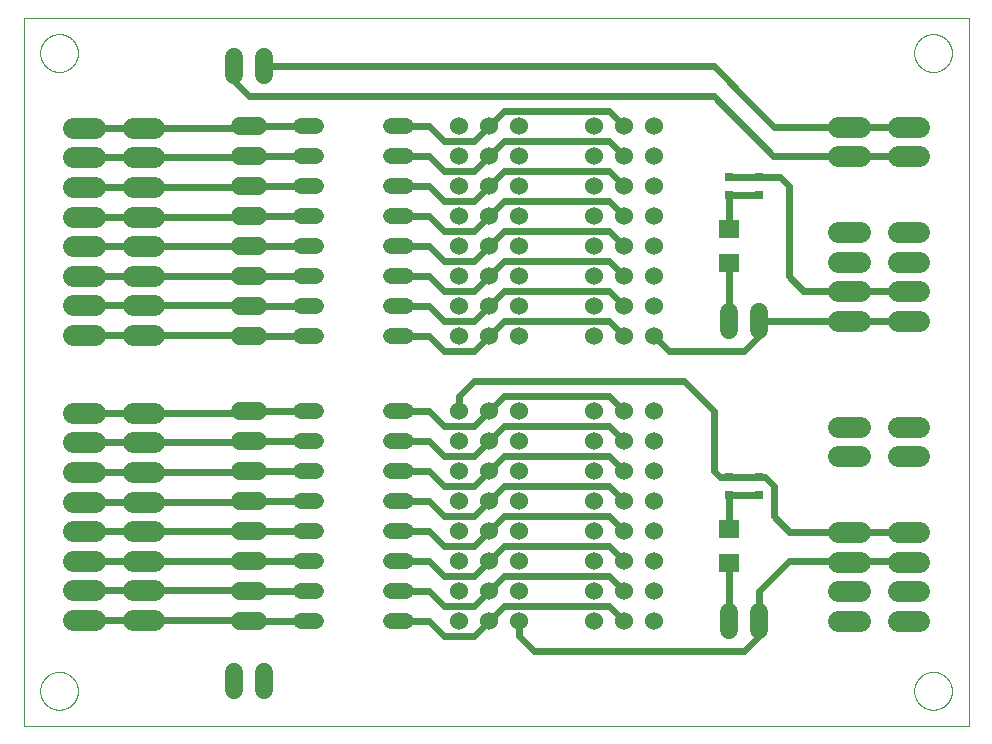
<source format=gtl>
G75*
%MOIN*%
%OFA0B0*%
%FSLAX25Y25*%
%IPPOS*%
%LPD*%
%AMOC8*
5,1,8,0,0,1.08239X$1,22.5*
%
%ADD10C,0.00000*%
%ADD11C,0.06000*%
%ADD12C,0.06000*%
%ADD13R,0.03150X0.03150*%
%ADD14R,0.07098X0.06299*%
%ADD15C,0.07087*%
%ADD16C,0.05200*%
%ADD17C,0.02400*%
D10*
X0001000Y0001000D02*
X0001000Y0237220D01*
X0315961Y0237220D01*
X0315961Y0001000D01*
X0001000Y0001000D01*
X0006512Y0012811D02*
X0006514Y0012969D01*
X0006520Y0013127D01*
X0006530Y0013285D01*
X0006544Y0013443D01*
X0006562Y0013600D01*
X0006583Y0013757D01*
X0006609Y0013913D01*
X0006639Y0014069D01*
X0006672Y0014224D01*
X0006710Y0014377D01*
X0006751Y0014530D01*
X0006796Y0014682D01*
X0006845Y0014833D01*
X0006898Y0014982D01*
X0006954Y0015130D01*
X0007014Y0015276D01*
X0007078Y0015421D01*
X0007146Y0015564D01*
X0007217Y0015706D01*
X0007291Y0015846D01*
X0007369Y0015983D01*
X0007451Y0016119D01*
X0007535Y0016253D01*
X0007624Y0016384D01*
X0007715Y0016513D01*
X0007810Y0016640D01*
X0007907Y0016765D01*
X0008008Y0016887D01*
X0008112Y0017006D01*
X0008219Y0017123D01*
X0008329Y0017237D01*
X0008442Y0017348D01*
X0008557Y0017457D01*
X0008675Y0017562D01*
X0008796Y0017664D01*
X0008919Y0017764D01*
X0009045Y0017860D01*
X0009173Y0017953D01*
X0009303Y0018043D01*
X0009436Y0018129D01*
X0009571Y0018213D01*
X0009707Y0018292D01*
X0009846Y0018369D01*
X0009987Y0018441D01*
X0010129Y0018511D01*
X0010273Y0018576D01*
X0010419Y0018638D01*
X0010566Y0018696D01*
X0010715Y0018751D01*
X0010865Y0018802D01*
X0011016Y0018849D01*
X0011168Y0018892D01*
X0011321Y0018931D01*
X0011476Y0018967D01*
X0011631Y0018998D01*
X0011787Y0019026D01*
X0011943Y0019050D01*
X0012100Y0019070D01*
X0012258Y0019086D01*
X0012415Y0019098D01*
X0012574Y0019106D01*
X0012732Y0019110D01*
X0012890Y0019110D01*
X0013048Y0019106D01*
X0013207Y0019098D01*
X0013364Y0019086D01*
X0013522Y0019070D01*
X0013679Y0019050D01*
X0013835Y0019026D01*
X0013991Y0018998D01*
X0014146Y0018967D01*
X0014301Y0018931D01*
X0014454Y0018892D01*
X0014606Y0018849D01*
X0014757Y0018802D01*
X0014907Y0018751D01*
X0015056Y0018696D01*
X0015203Y0018638D01*
X0015349Y0018576D01*
X0015493Y0018511D01*
X0015635Y0018441D01*
X0015776Y0018369D01*
X0015915Y0018292D01*
X0016051Y0018213D01*
X0016186Y0018129D01*
X0016319Y0018043D01*
X0016449Y0017953D01*
X0016577Y0017860D01*
X0016703Y0017764D01*
X0016826Y0017664D01*
X0016947Y0017562D01*
X0017065Y0017457D01*
X0017180Y0017348D01*
X0017293Y0017237D01*
X0017403Y0017123D01*
X0017510Y0017006D01*
X0017614Y0016887D01*
X0017715Y0016765D01*
X0017812Y0016640D01*
X0017907Y0016513D01*
X0017998Y0016384D01*
X0018087Y0016253D01*
X0018171Y0016119D01*
X0018253Y0015983D01*
X0018331Y0015846D01*
X0018405Y0015706D01*
X0018476Y0015564D01*
X0018544Y0015421D01*
X0018608Y0015276D01*
X0018668Y0015130D01*
X0018724Y0014982D01*
X0018777Y0014833D01*
X0018826Y0014682D01*
X0018871Y0014530D01*
X0018912Y0014377D01*
X0018950Y0014224D01*
X0018983Y0014069D01*
X0019013Y0013913D01*
X0019039Y0013757D01*
X0019060Y0013600D01*
X0019078Y0013443D01*
X0019092Y0013285D01*
X0019102Y0013127D01*
X0019108Y0012969D01*
X0019110Y0012811D01*
X0019108Y0012653D01*
X0019102Y0012495D01*
X0019092Y0012337D01*
X0019078Y0012179D01*
X0019060Y0012022D01*
X0019039Y0011865D01*
X0019013Y0011709D01*
X0018983Y0011553D01*
X0018950Y0011398D01*
X0018912Y0011245D01*
X0018871Y0011092D01*
X0018826Y0010940D01*
X0018777Y0010789D01*
X0018724Y0010640D01*
X0018668Y0010492D01*
X0018608Y0010346D01*
X0018544Y0010201D01*
X0018476Y0010058D01*
X0018405Y0009916D01*
X0018331Y0009776D01*
X0018253Y0009639D01*
X0018171Y0009503D01*
X0018087Y0009369D01*
X0017998Y0009238D01*
X0017907Y0009109D01*
X0017812Y0008982D01*
X0017715Y0008857D01*
X0017614Y0008735D01*
X0017510Y0008616D01*
X0017403Y0008499D01*
X0017293Y0008385D01*
X0017180Y0008274D01*
X0017065Y0008165D01*
X0016947Y0008060D01*
X0016826Y0007958D01*
X0016703Y0007858D01*
X0016577Y0007762D01*
X0016449Y0007669D01*
X0016319Y0007579D01*
X0016186Y0007493D01*
X0016051Y0007409D01*
X0015915Y0007330D01*
X0015776Y0007253D01*
X0015635Y0007181D01*
X0015493Y0007111D01*
X0015349Y0007046D01*
X0015203Y0006984D01*
X0015056Y0006926D01*
X0014907Y0006871D01*
X0014757Y0006820D01*
X0014606Y0006773D01*
X0014454Y0006730D01*
X0014301Y0006691D01*
X0014146Y0006655D01*
X0013991Y0006624D01*
X0013835Y0006596D01*
X0013679Y0006572D01*
X0013522Y0006552D01*
X0013364Y0006536D01*
X0013207Y0006524D01*
X0013048Y0006516D01*
X0012890Y0006512D01*
X0012732Y0006512D01*
X0012574Y0006516D01*
X0012415Y0006524D01*
X0012258Y0006536D01*
X0012100Y0006552D01*
X0011943Y0006572D01*
X0011787Y0006596D01*
X0011631Y0006624D01*
X0011476Y0006655D01*
X0011321Y0006691D01*
X0011168Y0006730D01*
X0011016Y0006773D01*
X0010865Y0006820D01*
X0010715Y0006871D01*
X0010566Y0006926D01*
X0010419Y0006984D01*
X0010273Y0007046D01*
X0010129Y0007111D01*
X0009987Y0007181D01*
X0009846Y0007253D01*
X0009707Y0007330D01*
X0009571Y0007409D01*
X0009436Y0007493D01*
X0009303Y0007579D01*
X0009173Y0007669D01*
X0009045Y0007762D01*
X0008919Y0007858D01*
X0008796Y0007958D01*
X0008675Y0008060D01*
X0008557Y0008165D01*
X0008442Y0008274D01*
X0008329Y0008385D01*
X0008219Y0008499D01*
X0008112Y0008616D01*
X0008008Y0008735D01*
X0007907Y0008857D01*
X0007810Y0008982D01*
X0007715Y0009109D01*
X0007624Y0009238D01*
X0007535Y0009369D01*
X0007451Y0009503D01*
X0007369Y0009639D01*
X0007291Y0009776D01*
X0007217Y0009916D01*
X0007146Y0010058D01*
X0007078Y0010201D01*
X0007014Y0010346D01*
X0006954Y0010492D01*
X0006898Y0010640D01*
X0006845Y0010789D01*
X0006796Y0010940D01*
X0006751Y0011092D01*
X0006710Y0011245D01*
X0006672Y0011398D01*
X0006639Y0011553D01*
X0006609Y0011709D01*
X0006583Y0011865D01*
X0006562Y0012022D01*
X0006544Y0012179D01*
X0006530Y0012337D01*
X0006520Y0012495D01*
X0006514Y0012653D01*
X0006512Y0012811D01*
X0006512Y0225409D02*
X0006514Y0225567D01*
X0006520Y0225725D01*
X0006530Y0225883D01*
X0006544Y0226041D01*
X0006562Y0226198D01*
X0006583Y0226355D01*
X0006609Y0226511D01*
X0006639Y0226667D01*
X0006672Y0226822D01*
X0006710Y0226975D01*
X0006751Y0227128D01*
X0006796Y0227280D01*
X0006845Y0227431D01*
X0006898Y0227580D01*
X0006954Y0227728D01*
X0007014Y0227874D01*
X0007078Y0228019D01*
X0007146Y0228162D01*
X0007217Y0228304D01*
X0007291Y0228444D01*
X0007369Y0228581D01*
X0007451Y0228717D01*
X0007535Y0228851D01*
X0007624Y0228982D01*
X0007715Y0229111D01*
X0007810Y0229238D01*
X0007907Y0229363D01*
X0008008Y0229485D01*
X0008112Y0229604D01*
X0008219Y0229721D01*
X0008329Y0229835D01*
X0008442Y0229946D01*
X0008557Y0230055D01*
X0008675Y0230160D01*
X0008796Y0230262D01*
X0008919Y0230362D01*
X0009045Y0230458D01*
X0009173Y0230551D01*
X0009303Y0230641D01*
X0009436Y0230727D01*
X0009571Y0230811D01*
X0009707Y0230890D01*
X0009846Y0230967D01*
X0009987Y0231039D01*
X0010129Y0231109D01*
X0010273Y0231174D01*
X0010419Y0231236D01*
X0010566Y0231294D01*
X0010715Y0231349D01*
X0010865Y0231400D01*
X0011016Y0231447D01*
X0011168Y0231490D01*
X0011321Y0231529D01*
X0011476Y0231565D01*
X0011631Y0231596D01*
X0011787Y0231624D01*
X0011943Y0231648D01*
X0012100Y0231668D01*
X0012258Y0231684D01*
X0012415Y0231696D01*
X0012574Y0231704D01*
X0012732Y0231708D01*
X0012890Y0231708D01*
X0013048Y0231704D01*
X0013207Y0231696D01*
X0013364Y0231684D01*
X0013522Y0231668D01*
X0013679Y0231648D01*
X0013835Y0231624D01*
X0013991Y0231596D01*
X0014146Y0231565D01*
X0014301Y0231529D01*
X0014454Y0231490D01*
X0014606Y0231447D01*
X0014757Y0231400D01*
X0014907Y0231349D01*
X0015056Y0231294D01*
X0015203Y0231236D01*
X0015349Y0231174D01*
X0015493Y0231109D01*
X0015635Y0231039D01*
X0015776Y0230967D01*
X0015915Y0230890D01*
X0016051Y0230811D01*
X0016186Y0230727D01*
X0016319Y0230641D01*
X0016449Y0230551D01*
X0016577Y0230458D01*
X0016703Y0230362D01*
X0016826Y0230262D01*
X0016947Y0230160D01*
X0017065Y0230055D01*
X0017180Y0229946D01*
X0017293Y0229835D01*
X0017403Y0229721D01*
X0017510Y0229604D01*
X0017614Y0229485D01*
X0017715Y0229363D01*
X0017812Y0229238D01*
X0017907Y0229111D01*
X0017998Y0228982D01*
X0018087Y0228851D01*
X0018171Y0228717D01*
X0018253Y0228581D01*
X0018331Y0228444D01*
X0018405Y0228304D01*
X0018476Y0228162D01*
X0018544Y0228019D01*
X0018608Y0227874D01*
X0018668Y0227728D01*
X0018724Y0227580D01*
X0018777Y0227431D01*
X0018826Y0227280D01*
X0018871Y0227128D01*
X0018912Y0226975D01*
X0018950Y0226822D01*
X0018983Y0226667D01*
X0019013Y0226511D01*
X0019039Y0226355D01*
X0019060Y0226198D01*
X0019078Y0226041D01*
X0019092Y0225883D01*
X0019102Y0225725D01*
X0019108Y0225567D01*
X0019110Y0225409D01*
X0019108Y0225251D01*
X0019102Y0225093D01*
X0019092Y0224935D01*
X0019078Y0224777D01*
X0019060Y0224620D01*
X0019039Y0224463D01*
X0019013Y0224307D01*
X0018983Y0224151D01*
X0018950Y0223996D01*
X0018912Y0223843D01*
X0018871Y0223690D01*
X0018826Y0223538D01*
X0018777Y0223387D01*
X0018724Y0223238D01*
X0018668Y0223090D01*
X0018608Y0222944D01*
X0018544Y0222799D01*
X0018476Y0222656D01*
X0018405Y0222514D01*
X0018331Y0222374D01*
X0018253Y0222237D01*
X0018171Y0222101D01*
X0018087Y0221967D01*
X0017998Y0221836D01*
X0017907Y0221707D01*
X0017812Y0221580D01*
X0017715Y0221455D01*
X0017614Y0221333D01*
X0017510Y0221214D01*
X0017403Y0221097D01*
X0017293Y0220983D01*
X0017180Y0220872D01*
X0017065Y0220763D01*
X0016947Y0220658D01*
X0016826Y0220556D01*
X0016703Y0220456D01*
X0016577Y0220360D01*
X0016449Y0220267D01*
X0016319Y0220177D01*
X0016186Y0220091D01*
X0016051Y0220007D01*
X0015915Y0219928D01*
X0015776Y0219851D01*
X0015635Y0219779D01*
X0015493Y0219709D01*
X0015349Y0219644D01*
X0015203Y0219582D01*
X0015056Y0219524D01*
X0014907Y0219469D01*
X0014757Y0219418D01*
X0014606Y0219371D01*
X0014454Y0219328D01*
X0014301Y0219289D01*
X0014146Y0219253D01*
X0013991Y0219222D01*
X0013835Y0219194D01*
X0013679Y0219170D01*
X0013522Y0219150D01*
X0013364Y0219134D01*
X0013207Y0219122D01*
X0013048Y0219114D01*
X0012890Y0219110D01*
X0012732Y0219110D01*
X0012574Y0219114D01*
X0012415Y0219122D01*
X0012258Y0219134D01*
X0012100Y0219150D01*
X0011943Y0219170D01*
X0011787Y0219194D01*
X0011631Y0219222D01*
X0011476Y0219253D01*
X0011321Y0219289D01*
X0011168Y0219328D01*
X0011016Y0219371D01*
X0010865Y0219418D01*
X0010715Y0219469D01*
X0010566Y0219524D01*
X0010419Y0219582D01*
X0010273Y0219644D01*
X0010129Y0219709D01*
X0009987Y0219779D01*
X0009846Y0219851D01*
X0009707Y0219928D01*
X0009571Y0220007D01*
X0009436Y0220091D01*
X0009303Y0220177D01*
X0009173Y0220267D01*
X0009045Y0220360D01*
X0008919Y0220456D01*
X0008796Y0220556D01*
X0008675Y0220658D01*
X0008557Y0220763D01*
X0008442Y0220872D01*
X0008329Y0220983D01*
X0008219Y0221097D01*
X0008112Y0221214D01*
X0008008Y0221333D01*
X0007907Y0221455D01*
X0007810Y0221580D01*
X0007715Y0221707D01*
X0007624Y0221836D01*
X0007535Y0221967D01*
X0007451Y0222101D01*
X0007369Y0222237D01*
X0007291Y0222374D01*
X0007217Y0222514D01*
X0007146Y0222656D01*
X0007078Y0222799D01*
X0007014Y0222944D01*
X0006954Y0223090D01*
X0006898Y0223238D01*
X0006845Y0223387D01*
X0006796Y0223538D01*
X0006751Y0223690D01*
X0006710Y0223843D01*
X0006672Y0223996D01*
X0006639Y0224151D01*
X0006609Y0224307D01*
X0006583Y0224463D01*
X0006562Y0224620D01*
X0006544Y0224777D01*
X0006530Y0224935D01*
X0006520Y0225093D01*
X0006514Y0225251D01*
X0006512Y0225409D01*
X0297851Y0225409D02*
X0297853Y0225567D01*
X0297859Y0225725D01*
X0297869Y0225883D01*
X0297883Y0226041D01*
X0297901Y0226198D01*
X0297922Y0226355D01*
X0297948Y0226511D01*
X0297978Y0226667D01*
X0298011Y0226822D01*
X0298049Y0226975D01*
X0298090Y0227128D01*
X0298135Y0227280D01*
X0298184Y0227431D01*
X0298237Y0227580D01*
X0298293Y0227728D01*
X0298353Y0227874D01*
X0298417Y0228019D01*
X0298485Y0228162D01*
X0298556Y0228304D01*
X0298630Y0228444D01*
X0298708Y0228581D01*
X0298790Y0228717D01*
X0298874Y0228851D01*
X0298963Y0228982D01*
X0299054Y0229111D01*
X0299149Y0229238D01*
X0299246Y0229363D01*
X0299347Y0229485D01*
X0299451Y0229604D01*
X0299558Y0229721D01*
X0299668Y0229835D01*
X0299781Y0229946D01*
X0299896Y0230055D01*
X0300014Y0230160D01*
X0300135Y0230262D01*
X0300258Y0230362D01*
X0300384Y0230458D01*
X0300512Y0230551D01*
X0300642Y0230641D01*
X0300775Y0230727D01*
X0300910Y0230811D01*
X0301046Y0230890D01*
X0301185Y0230967D01*
X0301326Y0231039D01*
X0301468Y0231109D01*
X0301612Y0231174D01*
X0301758Y0231236D01*
X0301905Y0231294D01*
X0302054Y0231349D01*
X0302204Y0231400D01*
X0302355Y0231447D01*
X0302507Y0231490D01*
X0302660Y0231529D01*
X0302815Y0231565D01*
X0302970Y0231596D01*
X0303126Y0231624D01*
X0303282Y0231648D01*
X0303439Y0231668D01*
X0303597Y0231684D01*
X0303754Y0231696D01*
X0303913Y0231704D01*
X0304071Y0231708D01*
X0304229Y0231708D01*
X0304387Y0231704D01*
X0304546Y0231696D01*
X0304703Y0231684D01*
X0304861Y0231668D01*
X0305018Y0231648D01*
X0305174Y0231624D01*
X0305330Y0231596D01*
X0305485Y0231565D01*
X0305640Y0231529D01*
X0305793Y0231490D01*
X0305945Y0231447D01*
X0306096Y0231400D01*
X0306246Y0231349D01*
X0306395Y0231294D01*
X0306542Y0231236D01*
X0306688Y0231174D01*
X0306832Y0231109D01*
X0306974Y0231039D01*
X0307115Y0230967D01*
X0307254Y0230890D01*
X0307390Y0230811D01*
X0307525Y0230727D01*
X0307658Y0230641D01*
X0307788Y0230551D01*
X0307916Y0230458D01*
X0308042Y0230362D01*
X0308165Y0230262D01*
X0308286Y0230160D01*
X0308404Y0230055D01*
X0308519Y0229946D01*
X0308632Y0229835D01*
X0308742Y0229721D01*
X0308849Y0229604D01*
X0308953Y0229485D01*
X0309054Y0229363D01*
X0309151Y0229238D01*
X0309246Y0229111D01*
X0309337Y0228982D01*
X0309426Y0228851D01*
X0309510Y0228717D01*
X0309592Y0228581D01*
X0309670Y0228444D01*
X0309744Y0228304D01*
X0309815Y0228162D01*
X0309883Y0228019D01*
X0309947Y0227874D01*
X0310007Y0227728D01*
X0310063Y0227580D01*
X0310116Y0227431D01*
X0310165Y0227280D01*
X0310210Y0227128D01*
X0310251Y0226975D01*
X0310289Y0226822D01*
X0310322Y0226667D01*
X0310352Y0226511D01*
X0310378Y0226355D01*
X0310399Y0226198D01*
X0310417Y0226041D01*
X0310431Y0225883D01*
X0310441Y0225725D01*
X0310447Y0225567D01*
X0310449Y0225409D01*
X0310447Y0225251D01*
X0310441Y0225093D01*
X0310431Y0224935D01*
X0310417Y0224777D01*
X0310399Y0224620D01*
X0310378Y0224463D01*
X0310352Y0224307D01*
X0310322Y0224151D01*
X0310289Y0223996D01*
X0310251Y0223843D01*
X0310210Y0223690D01*
X0310165Y0223538D01*
X0310116Y0223387D01*
X0310063Y0223238D01*
X0310007Y0223090D01*
X0309947Y0222944D01*
X0309883Y0222799D01*
X0309815Y0222656D01*
X0309744Y0222514D01*
X0309670Y0222374D01*
X0309592Y0222237D01*
X0309510Y0222101D01*
X0309426Y0221967D01*
X0309337Y0221836D01*
X0309246Y0221707D01*
X0309151Y0221580D01*
X0309054Y0221455D01*
X0308953Y0221333D01*
X0308849Y0221214D01*
X0308742Y0221097D01*
X0308632Y0220983D01*
X0308519Y0220872D01*
X0308404Y0220763D01*
X0308286Y0220658D01*
X0308165Y0220556D01*
X0308042Y0220456D01*
X0307916Y0220360D01*
X0307788Y0220267D01*
X0307658Y0220177D01*
X0307525Y0220091D01*
X0307390Y0220007D01*
X0307254Y0219928D01*
X0307115Y0219851D01*
X0306974Y0219779D01*
X0306832Y0219709D01*
X0306688Y0219644D01*
X0306542Y0219582D01*
X0306395Y0219524D01*
X0306246Y0219469D01*
X0306096Y0219418D01*
X0305945Y0219371D01*
X0305793Y0219328D01*
X0305640Y0219289D01*
X0305485Y0219253D01*
X0305330Y0219222D01*
X0305174Y0219194D01*
X0305018Y0219170D01*
X0304861Y0219150D01*
X0304703Y0219134D01*
X0304546Y0219122D01*
X0304387Y0219114D01*
X0304229Y0219110D01*
X0304071Y0219110D01*
X0303913Y0219114D01*
X0303754Y0219122D01*
X0303597Y0219134D01*
X0303439Y0219150D01*
X0303282Y0219170D01*
X0303126Y0219194D01*
X0302970Y0219222D01*
X0302815Y0219253D01*
X0302660Y0219289D01*
X0302507Y0219328D01*
X0302355Y0219371D01*
X0302204Y0219418D01*
X0302054Y0219469D01*
X0301905Y0219524D01*
X0301758Y0219582D01*
X0301612Y0219644D01*
X0301468Y0219709D01*
X0301326Y0219779D01*
X0301185Y0219851D01*
X0301046Y0219928D01*
X0300910Y0220007D01*
X0300775Y0220091D01*
X0300642Y0220177D01*
X0300512Y0220267D01*
X0300384Y0220360D01*
X0300258Y0220456D01*
X0300135Y0220556D01*
X0300014Y0220658D01*
X0299896Y0220763D01*
X0299781Y0220872D01*
X0299668Y0220983D01*
X0299558Y0221097D01*
X0299451Y0221214D01*
X0299347Y0221333D01*
X0299246Y0221455D01*
X0299149Y0221580D01*
X0299054Y0221707D01*
X0298963Y0221836D01*
X0298874Y0221967D01*
X0298790Y0222101D01*
X0298708Y0222237D01*
X0298630Y0222374D01*
X0298556Y0222514D01*
X0298485Y0222656D01*
X0298417Y0222799D01*
X0298353Y0222944D01*
X0298293Y0223090D01*
X0298237Y0223238D01*
X0298184Y0223387D01*
X0298135Y0223538D01*
X0298090Y0223690D01*
X0298049Y0223843D01*
X0298011Y0223996D01*
X0297978Y0224151D01*
X0297948Y0224307D01*
X0297922Y0224463D01*
X0297901Y0224620D01*
X0297883Y0224777D01*
X0297869Y0224935D01*
X0297859Y0225093D01*
X0297853Y0225251D01*
X0297851Y0225409D01*
X0297851Y0012811D02*
X0297853Y0012969D01*
X0297859Y0013127D01*
X0297869Y0013285D01*
X0297883Y0013443D01*
X0297901Y0013600D01*
X0297922Y0013757D01*
X0297948Y0013913D01*
X0297978Y0014069D01*
X0298011Y0014224D01*
X0298049Y0014377D01*
X0298090Y0014530D01*
X0298135Y0014682D01*
X0298184Y0014833D01*
X0298237Y0014982D01*
X0298293Y0015130D01*
X0298353Y0015276D01*
X0298417Y0015421D01*
X0298485Y0015564D01*
X0298556Y0015706D01*
X0298630Y0015846D01*
X0298708Y0015983D01*
X0298790Y0016119D01*
X0298874Y0016253D01*
X0298963Y0016384D01*
X0299054Y0016513D01*
X0299149Y0016640D01*
X0299246Y0016765D01*
X0299347Y0016887D01*
X0299451Y0017006D01*
X0299558Y0017123D01*
X0299668Y0017237D01*
X0299781Y0017348D01*
X0299896Y0017457D01*
X0300014Y0017562D01*
X0300135Y0017664D01*
X0300258Y0017764D01*
X0300384Y0017860D01*
X0300512Y0017953D01*
X0300642Y0018043D01*
X0300775Y0018129D01*
X0300910Y0018213D01*
X0301046Y0018292D01*
X0301185Y0018369D01*
X0301326Y0018441D01*
X0301468Y0018511D01*
X0301612Y0018576D01*
X0301758Y0018638D01*
X0301905Y0018696D01*
X0302054Y0018751D01*
X0302204Y0018802D01*
X0302355Y0018849D01*
X0302507Y0018892D01*
X0302660Y0018931D01*
X0302815Y0018967D01*
X0302970Y0018998D01*
X0303126Y0019026D01*
X0303282Y0019050D01*
X0303439Y0019070D01*
X0303597Y0019086D01*
X0303754Y0019098D01*
X0303913Y0019106D01*
X0304071Y0019110D01*
X0304229Y0019110D01*
X0304387Y0019106D01*
X0304546Y0019098D01*
X0304703Y0019086D01*
X0304861Y0019070D01*
X0305018Y0019050D01*
X0305174Y0019026D01*
X0305330Y0018998D01*
X0305485Y0018967D01*
X0305640Y0018931D01*
X0305793Y0018892D01*
X0305945Y0018849D01*
X0306096Y0018802D01*
X0306246Y0018751D01*
X0306395Y0018696D01*
X0306542Y0018638D01*
X0306688Y0018576D01*
X0306832Y0018511D01*
X0306974Y0018441D01*
X0307115Y0018369D01*
X0307254Y0018292D01*
X0307390Y0018213D01*
X0307525Y0018129D01*
X0307658Y0018043D01*
X0307788Y0017953D01*
X0307916Y0017860D01*
X0308042Y0017764D01*
X0308165Y0017664D01*
X0308286Y0017562D01*
X0308404Y0017457D01*
X0308519Y0017348D01*
X0308632Y0017237D01*
X0308742Y0017123D01*
X0308849Y0017006D01*
X0308953Y0016887D01*
X0309054Y0016765D01*
X0309151Y0016640D01*
X0309246Y0016513D01*
X0309337Y0016384D01*
X0309426Y0016253D01*
X0309510Y0016119D01*
X0309592Y0015983D01*
X0309670Y0015846D01*
X0309744Y0015706D01*
X0309815Y0015564D01*
X0309883Y0015421D01*
X0309947Y0015276D01*
X0310007Y0015130D01*
X0310063Y0014982D01*
X0310116Y0014833D01*
X0310165Y0014682D01*
X0310210Y0014530D01*
X0310251Y0014377D01*
X0310289Y0014224D01*
X0310322Y0014069D01*
X0310352Y0013913D01*
X0310378Y0013757D01*
X0310399Y0013600D01*
X0310417Y0013443D01*
X0310431Y0013285D01*
X0310441Y0013127D01*
X0310447Y0012969D01*
X0310449Y0012811D01*
X0310447Y0012653D01*
X0310441Y0012495D01*
X0310431Y0012337D01*
X0310417Y0012179D01*
X0310399Y0012022D01*
X0310378Y0011865D01*
X0310352Y0011709D01*
X0310322Y0011553D01*
X0310289Y0011398D01*
X0310251Y0011245D01*
X0310210Y0011092D01*
X0310165Y0010940D01*
X0310116Y0010789D01*
X0310063Y0010640D01*
X0310007Y0010492D01*
X0309947Y0010346D01*
X0309883Y0010201D01*
X0309815Y0010058D01*
X0309744Y0009916D01*
X0309670Y0009776D01*
X0309592Y0009639D01*
X0309510Y0009503D01*
X0309426Y0009369D01*
X0309337Y0009238D01*
X0309246Y0009109D01*
X0309151Y0008982D01*
X0309054Y0008857D01*
X0308953Y0008735D01*
X0308849Y0008616D01*
X0308742Y0008499D01*
X0308632Y0008385D01*
X0308519Y0008274D01*
X0308404Y0008165D01*
X0308286Y0008060D01*
X0308165Y0007958D01*
X0308042Y0007858D01*
X0307916Y0007762D01*
X0307788Y0007669D01*
X0307658Y0007579D01*
X0307525Y0007493D01*
X0307390Y0007409D01*
X0307254Y0007330D01*
X0307115Y0007253D01*
X0306974Y0007181D01*
X0306832Y0007111D01*
X0306688Y0007046D01*
X0306542Y0006984D01*
X0306395Y0006926D01*
X0306246Y0006871D01*
X0306096Y0006820D01*
X0305945Y0006773D01*
X0305793Y0006730D01*
X0305640Y0006691D01*
X0305485Y0006655D01*
X0305330Y0006624D01*
X0305174Y0006596D01*
X0305018Y0006572D01*
X0304861Y0006552D01*
X0304703Y0006536D01*
X0304546Y0006524D01*
X0304387Y0006516D01*
X0304229Y0006512D01*
X0304071Y0006512D01*
X0303913Y0006516D01*
X0303754Y0006524D01*
X0303597Y0006536D01*
X0303439Y0006552D01*
X0303282Y0006572D01*
X0303126Y0006596D01*
X0302970Y0006624D01*
X0302815Y0006655D01*
X0302660Y0006691D01*
X0302507Y0006730D01*
X0302355Y0006773D01*
X0302204Y0006820D01*
X0302054Y0006871D01*
X0301905Y0006926D01*
X0301758Y0006984D01*
X0301612Y0007046D01*
X0301468Y0007111D01*
X0301326Y0007181D01*
X0301185Y0007253D01*
X0301046Y0007330D01*
X0300910Y0007409D01*
X0300775Y0007493D01*
X0300642Y0007579D01*
X0300512Y0007669D01*
X0300384Y0007762D01*
X0300258Y0007858D01*
X0300135Y0007958D01*
X0300014Y0008060D01*
X0299896Y0008165D01*
X0299781Y0008274D01*
X0299668Y0008385D01*
X0299558Y0008499D01*
X0299451Y0008616D01*
X0299347Y0008735D01*
X0299246Y0008857D01*
X0299149Y0008982D01*
X0299054Y0009109D01*
X0298963Y0009238D01*
X0298874Y0009369D01*
X0298790Y0009503D01*
X0298708Y0009639D01*
X0298630Y0009776D01*
X0298556Y0009916D01*
X0298485Y0010058D01*
X0298417Y0010201D01*
X0298353Y0010346D01*
X0298293Y0010492D01*
X0298237Y0010640D01*
X0298184Y0010789D01*
X0298135Y0010940D01*
X0298090Y0011092D01*
X0298049Y0011245D01*
X0298011Y0011398D01*
X0297978Y0011553D01*
X0297948Y0011709D01*
X0297922Y0011865D01*
X0297901Y0012022D01*
X0297883Y0012179D01*
X0297869Y0012337D01*
X0297859Y0012495D01*
X0297853Y0012653D01*
X0297851Y0012811D01*
D11*
X0246000Y0033000D02*
X0246000Y0039000D01*
X0236000Y0039000D02*
X0236000Y0033000D01*
X0236000Y0133000D02*
X0236000Y0139000D01*
X0246000Y0139000D02*
X0246000Y0133000D01*
X0081000Y0218000D02*
X0081000Y0224000D01*
X0071000Y0224000D02*
X0071000Y0218000D01*
X0073000Y0201000D02*
X0079000Y0201000D01*
X0079000Y0191000D02*
X0073000Y0191000D01*
X0073000Y0181000D02*
X0079000Y0181000D01*
X0079000Y0171000D02*
X0073000Y0171000D01*
X0073000Y0161000D02*
X0079000Y0161000D01*
X0079000Y0151000D02*
X0073000Y0151000D01*
X0073000Y0141000D02*
X0079000Y0141000D01*
X0079000Y0131000D02*
X0073000Y0131000D01*
X0073000Y0106000D02*
X0079000Y0106000D01*
X0079000Y0096000D02*
X0073000Y0096000D01*
X0073000Y0086000D02*
X0079000Y0086000D01*
X0079000Y0076000D02*
X0073000Y0076000D01*
X0073000Y0066000D02*
X0079000Y0066000D01*
X0079000Y0056000D02*
X0073000Y0056000D01*
X0073000Y0046000D02*
X0079000Y0046000D01*
X0079000Y0036000D02*
X0073000Y0036000D01*
X0071000Y0019000D02*
X0071000Y0013000D01*
X0081000Y0013000D02*
X0081000Y0019000D01*
D12*
X0146000Y0036000D03*
X0156000Y0036000D03*
X0166000Y0036000D03*
X0166000Y0046000D03*
X0156000Y0046000D03*
X0146000Y0046000D03*
X0146000Y0056000D03*
X0156000Y0056000D03*
X0166000Y0056000D03*
X0166000Y0066000D03*
X0156000Y0066000D03*
X0146000Y0066000D03*
X0146000Y0076000D03*
X0156000Y0076000D03*
X0166000Y0076000D03*
X0166000Y0086000D03*
X0156000Y0086000D03*
X0146000Y0086000D03*
X0146000Y0096000D03*
X0156000Y0096000D03*
X0166000Y0096000D03*
X0166000Y0106000D03*
X0156000Y0106000D03*
X0146000Y0106000D03*
X0146000Y0131000D03*
X0156000Y0131000D03*
X0166000Y0131000D03*
X0166000Y0141000D03*
X0156000Y0141000D03*
X0146000Y0141000D03*
X0146000Y0151000D03*
X0156000Y0151000D03*
X0166000Y0151000D03*
X0166000Y0161000D03*
X0156000Y0161000D03*
X0146000Y0161000D03*
X0146000Y0171000D03*
X0156000Y0171000D03*
X0166000Y0171000D03*
X0166000Y0181000D03*
X0156000Y0181000D03*
X0146000Y0181000D03*
X0146000Y0191000D03*
X0156000Y0191000D03*
X0166000Y0191000D03*
X0166000Y0201000D03*
X0156000Y0201000D03*
X0146000Y0201000D03*
X0191000Y0201000D03*
X0201000Y0201000D03*
X0211000Y0201000D03*
X0211000Y0191000D03*
X0201000Y0191000D03*
X0191000Y0191000D03*
X0191000Y0181000D03*
X0201000Y0181000D03*
X0211000Y0181000D03*
X0211000Y0171000D03*
X0201000Y0171000D03*
X0191000Y0171000D03*
X0191000Y0161000D03*
X0201000Y0161000D03*
X0211000Y0161000D03*
X0211000Y0151000D03*
X0201000Y0151000D03*
X0191000Y0151000D03*
X0191000Y0141000D03*
X0201000Y0141000D03*
X0211000Y0141000D03*
X0211000Y0131000D03*
X0201000Y0131000D03*
X0191000Y0131000D03*
X0191000Y0106000D03*
X0201000Y0106000D03*
X0211000Y0106000D03*
X0211000Y0096000D03*
X0201000Y0096000D03*
X0191000Y0096000D03*
X0191000Y0086000D03*
X0201000Y0086000D03*
X0211000Y0086000D03*
X0211000Y0076000D03*
X0201000Y0076000D03*
X0191000Y0076000D03*
X0191000Y0066000D03*
X0201000Y0066000D03*
X0211000Y0066000D03*
X0211000Y0056000D03*
X0201000Y0056000D03*
X0191000Y0056000D03*
X0191000Y0046000D03*
X0201000Y0046000D03*
X0211000Y0046000D03*
X0211000Y0036000D03*
X0201000Y0036000D03*
X0191000Y0036000D03*
D13*
X0236000Y0078047D03*
X0236000Y0083953D03*
X0246000Y0083953D03*
X0246000Y0078047D03*
X0246000Y0178047D03*
X0246000Y0183953D03*
X0236000Y0183953D03*
X0236000Y0178047D03*
D14*
X0236000Y0166598D03*
X0236000Y0155402D03*
X0236000Y0066598D03*
X0236000Y0055402D03*
D15*
X0272614Y0055921D02*
X0279701Y0055921D01*
X0279701Y0046079D02*
X0272614Y0046079D01*
X0272614Y0036236D02*
X0279701Y0036236D01*
X0292299Y0036236D02*
X0299386Y0036236D01*
X0299386Y0046079D02*
X0292299Y0046079D01*
X0292299Y0055921D02*
X0299386Y0055921D01*
X0299386Y0065764D02*
X0292299Y0065764D01*
X0279701Y0065764D02*
X0272614Y0065764D01*
X0272614Y0091079D02*
X0279701Y0091079D01*
X0279701Y0100921D02*
X0272614Y0100921D01*
X0292299Y0100921D02*
X0299386Y0100921D01*
X0299386Y0091079D02*
X0292299Y0091079D01*
X0292299Y0136236D02*
X0299386Y0136236D01*
X0299386Y0146079D02*
X0292299Y0146079D01*
X0292299Y0155921D02*
X0299386Y0155921D01*
X0299386Y0165764D02*
X0292299Y0165764D01*
X0279701Y0165764D02*
X0272614Y0165764D01*
X0272614Y0155921D02*
X0279701Y0155921D01*
X0279701Y0146079D02*
X0272614Y0146079D01*
X0272614Y0136236D02*
X0279701Y0136236D01*
X0279701Y0191079D02*
X0272614Y0191079D01*
X0272614Y0200921D02*
X0279701Y0200921D01*
X0292299Y0200921D02*
X0299386Y0200921D01*
X0299386Y0191079D02*
X0292299Y0191079D01*
X0044386Y0190606D02*
X0037299Y0190606D01*
X0037299Y0200449D02*
X0044386Y0200449D01*
X0024701Y0200449D02*
X0017614Y0200449D01*
X0017614Y0190606D02*
X0024701Y0190606D01*
X0024701Y0180764D02*
X0017614Y0180764D01*
X0017614Y0170921D02*
X0024701Y0170921D01*
X0024701Y0161079D02*
X0017614Y0161079D01*
X0017614Y0151236D02*
X0024701Y0151236D01*
X0024701Y0141394D02*
X0017614Y0141394D01*
X0017614Y0131551D02*
X0024701Y0131551D01*
X0037299Y0131551D02*
X0044386Y0131551D01*
X0044386Y0141394D02*
X0037299Y0141394D01*
X0037299Y0151236D02*
X0044386Y0151236D01*
X0044386Y0161079D02*
X0037299Y0161079D01*
X0037299Y0170921D02*
X0044386Y0170921D01*
X0044386Y0180764D02*
X0037299Y0180764D01*
X0037299Y0105449D02*
X0044386Y0105449D01*
X0044386Y0095606D02*
X0037299Y0095606D01*
X0037299Y0085764D02*
X0044386Y0085764D01*
X0044386Y0075921D02*
X0037299Y0075921D01*
X0037299Y0066079D02*
X0044386Y0066079D01*
X0044386Y0056236D02*
X0037299Y0056236D01*
X0037299Y0046394D02*
X0044386Y0046394D01*
X0044386Y0036551D02*
X0037299Y0036551D01*
X0024701Y0036551D02*
X0017614Y0036551D01*
X0017614Y0046394D02*
X0024701Y0046394D01*
X0024701Y0056236D02*
X0017614Y0056236D01*
X0017614Y0066079D02*
X0024701Y0066079D01*
X0024701Y0075921D02*
X0017614Y0075921D01*
X0017614Y0085764D02*
X0024701Y0085764D01*
X0024701Y0095606D02*
X0017614Y0095606D01*
X0017614Y0105449D02*
X0024701Y0105449D01*
D16*
X0093400Y0106000D02*
X0098600Y0106000D01*
X0098600Y0096000D02*
X0093400Y0096000D01*
X0093400Y0086000D02*
X0098600Y0086000D01*
X0098600Y0076000D02*
X0093400Y0076000D01*
X0093400Y0066000D02*
X0098600Y0066000D01*
X0098600Y0056000D02*
X0093400Y0056000D01*
X0093400Y0046000D02*
X0098600Y0046000D01*
X0098600Y0036000D02*
X0093400Y0036000D01*
X0123400Y0036000D02*
X0128600Y0036000D01*
X0128600Y0046000D02*
X0123400Y0046000D01*
X0123400Y0056000D02*
X0128600Y0056000D01*
X0128600Y0066000D02*
X0123400Y0066000D01*
X0123400Y0076000D02*
X0128600Y0076000D01*
X0128600Y0086000D02*
X0123400Y0086000D01*
X0123400Y0096000D02*
X0128600Y0096000D01*
X0128600Y0106000D02*
X0123400Y0106000D01*
X0123400Y0131000D02*
X0128600Y0131000D01*
X0128600Y0141000D02*
X0123400Y0141000D01*
X0123400Y0151000D02*
X0128600Y0151000D01*
X0128600Y0161000D02*
X0123400Y0161000D01*
X0123400Y0171000D02*
X0128600Y0171000D01*
X0128600Y0181000D02*
X0123400Y0181000D01*
X0123400Y0191000D02*
X0128600Y0191000D01*
X0128600Y0201000D02*
X0123400Y0201000D01*
X0098600Y0201000D02*
X0093400Y0201000D01*
X0093400Y0191000D02*
X0098600Y0191000D01*
X0098600Y0181000D02*
X0093400Y0181000D01*
X0093400Y0171000D02*
X0098600Y0171000D01*
X0098600Y0161000D02*
X0093400Y0161000D01*
X0093400Y0151000D02*
X0098600Y0151000D01*
X0098600Y0141000D02*
X0093400Y0141000D01*
X0093400Y0131000D02*
X0098600Y0131000D01*
D17*
X0096000Y0131000D02*
X0076000Y0131000D01*
X0076000Y0131551D01*
X0021157Y0131551D01*
X0021157Y0141394D02*
X0076000Y0141394D01*
X0076000Y0141000D01*
X0096000Y0141000D01*
X0096000Y0151000D02*
X0076000Y0151000D01*
X0076000Y0151236D01*
X0021157Y0151236D01*
X0021157Y0161079D02*
X0076000Y0161079D01*
X0076000Y0161000D01*
X0096000Y0161000D01*
X0096000Y0171000D02*
X0076000Y0171000D01*
X0076000Y0170921D01*
X0021157Y0170921D01*
X0021157Y0180764D02*
X0076000Y0180764D01*
X0076000Y0181000D01*
X0096000Y0181000D01*
X0096000Y0191000D02*
X0076000Y0191000D01*
X0076000Y0190606D01*
X0021157Y0190606D01*
X0021157Y0200449D02*
X0076000Y0200449D01*
X0076000Y0201000D01*
X0096000Y0201000D01*
X0076000Y0211000D02*
X0071000Y0216000D01*
X0071000Y0221000D01*
X0081000Y0221000D02*
X0231000Y0221000D01*
X0236000Y0216000D01*
X0238500Y0213500D01*
X0251079Y0200921D01*
X0295843Y0200921D01*
X0295843Y0191079D02*
X0250921Y0191079D01*
X0231000Y0211000D01*
X0076000Y0211000D01*
X0126000Y0201000D02*
X0136000Y0201000D01*
X0141000Y0196000D01*
X0151000Y0196000D01*
X0156000Y0201000D01*
X0161000Y0206000D01*
X0196000Y0206000D01*
X0201000Y0201000D01*
X0196000Y0196000D02*
X0201000Y0191000D01*
X0196000Y0186000D02*
X0201000Y0181000D01*
X0196000Y0176000D02*
X0201000Y0171000D01*
X0196000Y0166000D02*
X0201000Y0161000D01*
X0196000Y0156000D02*
X0201000Y0151000D01*
X0196000Y0146000D02*
X0201000Y0141000D01*
X0196000Y0136000D02*
X0201000Y0131000D01*
X0196000Y0136000D02*
X0161000Y0136000D01*
X0156000Y0131000D01*
X0151000Y0126000D01*
X0141000Y0126000D01*
X0136000Y0131000D01*
X0126000Y0131000D01*
X0126000Y0141000D02*
X0136000Y0141000D01*
X0141000Y0136000D01*
X0151000Y0136000D01*
X0156000Y0141000D01*
X0161000Y0146000D01*
X0196000Y0146000D01*
X0196000Y0156000D02*
X0161000Y0156000D01*
X0156000Y0151000D01*
X0151000Y0146000D01*
X0141000Y0146000D01*
X0136000Y0151000D01*
X0126000Y0151000D01*
X0126000Y0161000D02*
X0136000Y0161000D01*
X0141000Y0156000D01*
X0151000Y0156000D01*
X0156000Y0161000D01*
X0161000Y0166000D01*
X0196000Y0166000D01*
X0196000Y0176000D02*
X0161000Y0176000D01*
X0156000Y0171000D01*
X0151000Y0166000D01*
X0141000Y0166000D01*
X0136000Y0171000D01*
X0126000Y0171000D01*
X0126000Y0181000D02*
X0136000Y0181000D01*
X0141000Y0176000D01*
X0151000Y0176000D01*
X0156000Y0181000D01*
X0161000Y0186000D01*
X0196000Y0186000D01*
X0196000Y0196000D02*
X0161000Y0196000D01*
X0156000Y0191000D01*
X0151000Y0186000D01*
X0141000Y0186000D01*
X0136000Y0191000D01*
X0126000Y0191000D01*
X0211000Y0131000D02*
X0216000Y0126000D01*
X0241000Y0126000D01*
X0246000Y0131000D01*
X0246000Y0136000D01*
X0295606Y0136000D01*
X0295843Y0136236D01*
X0295843Y0146079D02*
X0260921Y0146079D01*
X0256000Y0151000D01*
X0256000Y0181000D01*
X0253047Y0183953D01*
X0246000Y0183953D01*
X0236000Y0183953D01*
X0236000Y0178047D02*
X0246000Y0178047D01*
X0236000Y0178047D02*
X0236000Y0166598D01*
X0236000Y0155402D02*
X0236000Y0136000D01*
X0221000Y0116000D02*
X0151000Y0116000D01*
X0146000Y0111000D01*
X0146000Y0106000D01*
X0141000Y0101000D02*
X0151000Y0101000D01*
X0156000Y0106000D01*
X0161000Y0111000D01*
X0196000Y0111000D01*
X0201000Y0106000D01*
X0196000Y0101000D02*
X0201000Y0096000D01*
X0196000Y0091000D02*
X0161000Y0091000D01*
X0156000Y0086000D01*
X0151000Y0081000D01*
X0141000Y0081000D01*
X0136000Y0086000D01*
X0126000Y0086000D01*
X0126000Y0096000D02*
X0136000Y0096000D01*
X0141000Y0091000D01*
X0151000Y0091000D01*
X0156000Y0096000D01*
X0161000Y0101000D01*
X0196000Y0101000D01*
X0196000Y0091000D02*
X0201000Y0086000D01*
X0196000Y0081000D02*
X0201000Y0076000D01*
X0196000Y0071000D02*
X0201000Y0066000D01*
X0196000Y0061000D02*
X0201000Y0056000D01*
X0196000Y0051000D02*
X0201000Y0046000D01*
X0196000Y0041000D02*
X0201000Y0036000D01*
X0196000Y0041000D02*
X0161000Y0041000D01*
X0156000Y0036000D01*
X0151000Y0031000D01*
X0141000Y0031000D01*
X0136000Y0036000D01*
X0126000Y0036000D01*
X0126000Y0046000D02*
X0136000Y0046000D01*
X0141000Y0041000D01*
X0151000Y0041000D01*
X0156000Y0046000D01*
X0161000Y0051000D01*
X0196000Y0051000D01*
X0196000Y0061000D02*
X0161000Y0061000D01*
X0156000Y0056000D01*
X0151000Y0051000D01*
X0141000Y0051000D01*
X0136000Y0056000D01*
X0126000Y0056000D01*
X0126000Y0066000D02*
X0136000Y0066000D01*
X0141000Y0061000D01*
X0151000Y0061000D01*
X0156000Y0066000D01*
X0161000Y0071000D01*
X0196000Y0071000D01*
X0196000Y0081000D02*
X0161000Y0081000D01*
X0156000Y0076000D01*
X0151000Y0071000D01*
X0141000Y0071000D01*
X0136000Y0076000D01*
X0126000Y0076000D01*
X0096000Y0076000D02*
X0076000Y0076000D01*
X0075921Y0075921D01*
X0021157Y0075921D01*
X0021157Y0066079D02*
X0075921Y0066079D01*
X0076000Y0066000D01*
X0096000Y0066000D01*
X0096000Y0056000D02*
X0076000Y0056000D01*
X0075764Y0056236D01*
X0021157Y0056236D01*
X0021157Y0046394D02*
X0075606Y0046394D01*
X0076000Y0046000D01*
X0096000Y0046000D01*
X0096000Y0036000D02*
X0076000Y0036000D01*
X0075449Y0036551D01*
X0021157Y0036551D01*
X0021157Y0085764D02*
X0075764Y0085764D01*
X0076000Y0086000D01*
X0096000Y0086000D01*
X0096000Y0096000D02*
X0076000Y0096000D01*
X0075606Y0095606D01*
X0021157Y0095606D01*
X0021157Y0105449D02*
X0075449Y0105449D01*
X0076000Y0106000D01*
X0096000Y0106000D01*
X0126000Y0106000D02*
X0136000Y0106000D01*
X0141000Y0101000D01*
X0221000Y0116000D02*
X0231000Y0106000D01*
X0231000Y0086000D01*
X0233047Y0083953D01*
X0236000Y0083953D01*
X0246000Y0083953D01*
X0248047Y0083953D01*
X0251000Y0081000D01*
X0251000Y0071000D01*
X0256236Y0065764D01*
X0295843Y0065764D01*
X0295764Y0056000D02*
X0295843Y0055921D01*
X0295764Y0056000D02*
X0256000Y0056000D01*
X0246000Y0046000D01*
X0246000Y0036000D01*
X0246000Y0031000D01*
X0241000Y0026000D01*
X0171000Y0026000D01*
X0166000Y0031000D01*
X0166000Y0036000D01*
X0236000Y0036000D02*
X0236000Y0055402D01*
X0236000Y0066598D02*
X0236000Y0078047D01*
X0246000Y0078047D01*
M02*

</source>
